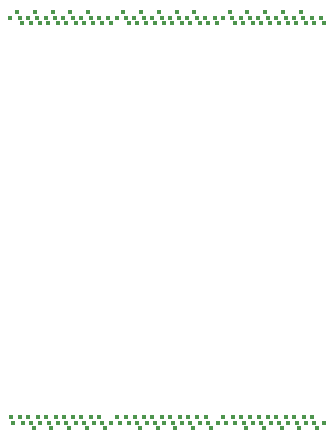
<source format=gbr>
%TF.GenerationSoftware,KiCad,Pcbnew,7.0.1*%
%TF.CreationDate,2023-04-06T12:09:14+02:00*%
%TF.ProjectId,LED_Dogtag_HW,4c45445f-446f-4677-9461-675f48572e6b,1.0*%
%TF.SameCoordinates,Original*%
%TF.FileFunction,Copper,L3,Inr*%
%TF.FilePolarity,Positive*%
%FSLAX46Y46*%
G04 Gerber Fmt 4.6, Leading zero omitted, Abs format (unit mm)*
G04 Created by KiCad (PCBNEW 7.0.1) date 2023-04-06 12:09:14*
%MOMM*%
%LPD*%
G01*
G04 APERTURE LIST*
%TA.AperFunction,ViaPad*%
%ADD10C,0.400000*%
%TD*%
G04 APERTURE END LIST*
D10*
%TO.N,Net-(D254-BK)*%
X99075000Y-70950000D03*
%TO.N,Net-(D254-GK)*%
X98050000Y-70500000D03*
%TO.N,Net-(D254-RK)*%
X98275000Y-70950000D03*
%TO.N,Net-(D243-BK)*%
X97575000Y-70950000D03*
%TO.N,Net-(D243-GK)*%
X96550000Y-70500000D03*
%TO.N,Net-(D243-RK)*%
X96775000Y-70950000D03*
%TO.N,Net-(D232-BK)*%
X96075000Y-70950000D03*
%TO.N,Net-(D232-GK)*%
X95050000Y-70500000D03*
%TO.N,Net-(D232-RK)*%
X95275000Y-70950000D03*
%TO.N,Net-(D221-BK)*%
X94575000Y-70950000D03*
%TO.N,Net-(D221-GK)*%
X93550000Y-70500000D03*
%TO.N,Net-(D221-RK)*%
X93775000Y-70950000D03*
%TO.N,Net-(D210-BK)*%
X93075000Y-70950000D03*
%TO.N,Net-(D210-GK)*%
X92050000Y-70500000D03*
%TO.N,Net-(D210-RK)*%
X92275000Y-70950000D03*
%TO.N,Net-(D209-A)*%
X98500000Y-71400000D03*
%TO.N,Net-(D208-A)*%
X97350000Y-70500000D03*
%TO.N,Net-(D207-A)*%
X97000000Y-71400000D03*
%TO.N,Net-(D206-A)*%
X95850000Y-70500000D03*
%TO.N,Net-(D205-A)*%
X95500000Y-71400000D03*
%TO.N,Net-(D204-A)*%
X94350000Y-70500000D03*
%TO.N,Net-(D203-A)*%
X94000000Y-71400000D03*
%TO.N,Net-(D202-A)*%
X92850000Y-70500000D03*
%TO.N,Net-(D201-A)*%
X92500000Y-71400000D03*
%TO.N,Net-(D200-A)*%
X91350000Y-70500000D03*
%TO.N,Net-(D199-BK)*%
X91575000Y-70950000D03*
%TO.N,Net-(D199-GK)*%
X90550000Y-70500000D03*
%TO.N,Net-(D199-RK)*%
X90775000Y-70950000D03*
%TO.N,Net-(D320-BK)*%
X108075000Y-70950000D03*
%TO.N,Net-(D320-GK)*%
X107050000Y-70500000D03*
%TO.N,Net-(D320-RK)*%
X107275000Y-70950000D03*
%TO.N,Net-(D309-BK)*%
X106575000Y-70950000D03*
%TO.N,Net-(D309-GK)*%
X105550000Y-70500000D03*
%TO.N,Net-(D309-RK)*%
X105775000Y-70950000D03*
%TO.N,Net-(D298-BK)*%
X105075000Y-70950000D03*
%TO.N,Net-(D298-GK)*%
X104050000Y-70500000D03*
%TO.N,Net-(D298-RK)*%
X104275000Y-70950000D03*
%TO.N,Net-(D287-BK)*%
X103575000Y-70950000D03*
%TO.N,Net-(D287-GK)*%
X102550000Y-70500000D03*
%TO.N,Net-(D287-RK)*%
X102775000Y-70950000D03*
%TO.N,Net-(D276-BK)*%
X102075000Y-70950000D03*
%TO.N,Net-(D276-GK)*%
X101050000Y-70500000D03*
%TO.N,Net-(D276-RK)*%
X101275000Y-70950000D03*
%TO.N,Net-(D275-A)*%
X107500000Y-71400000D03*
%TO.N,Net-(D274-A)*%
X106350000Y-70500000D03*
%TO.N,Net-(D273-A)*%
X106000000Y-71400000D03*
%TO.N,Net-(D272-A)*%
X104850000Y-70500000D03*
%TO.N,Net-(D271-A)*%
X104500000Y-71400000D03*
%TO.N,Net-(D270-A)*%
X103350000Y-70500000D03*
%TO.N,Net-(D269-A)*%
X103000000Y-71400000D03*
%TO.N,Net-(D268-A)*%
X101850000Y-70500000D03*
%TO.N,Net-(D267-A)*%
X101500000Y-71400000D03*
%TO.N,Net-(D266-A)*%
X100350000Y-70500000D03*
%TO.N,Net-(D265-BK)*%
X100575000Y-70950000D03*
%TO.N,Net-(D265-GK)*%
X99550000Y-70500000D03*
%TO.N,Net-(D265-RK)*%
X99775000Y-70950000D03*
%TO.N,Net-(D386-BK)*%
X117075000Y-70950000D03*
%TO.N,Net-(D386-GK)*%
X116050000Y-70500000D03*
%TO.N,Net-(D386-RK)*%
X116275000Y-70950000D03*
%TO.N,Net-(D375-BK)*%
X115575000Y-70950000D03*
%TO.N,Net-(D375-GK)*%
X114550000Y-70500000D03*
%TO.N,Net-(D375-RK)*%
X114775000Y-70950000D03*
%TO.N,Net-(D364-BK)*%
X114075000Y-70950000D03*
%TO.N,Net-(D364-GK)*%
X113050000Y-70500000D03*
%TO.N,Net-(D364-RK)*%
X113275000Y-70950000D03*
%TO.N,Net-(D353-BK)*%
X112575000Y-70950000D03*
%TO.N,Net-(D353-GK)*%
X111550000Y-70500000D03*
%TO.N,Net-(D353-RK)*%
X111775000Y-70950000D03*
%TO.N,Net-(D342-BK)*%
X111075000Y-70950000D03*
%TO.N,Net-(D342-GK)*%
X110050000Y-70500000D03*
%TO.N,Net-(D342-RK)*%
X110275000Y-70950000D03*
%TO.N,Net-(D341-A)*%
X116500000Y-71400000D03*
%TO.N,Net-(D340-A)*%
X115350000Y-70500000D03*
%TO.N,Net-(D339-A)*%
X115000000Y-71400000D03*
%TO.N,Net-(D338-A)*%
X113850000Y-70500000D03*
%TO.N,Net-(D337-A)*%
X113500000Y-71400000D03*
%TO.N,Net-(D336-A)*%
X112350000Y-70500000D03*
%TO.N,Net-(D335-A)*%
X112000000Y-71400000D03*
%TO.N,Net-(D334-A)*%
X110850000Y-70500000D03*
%TO.N,Net-(D333-A)*%
X110500000Y-71400000D03*
%TO.N,Net-(D332-A)*%
X109350000Y-70500000D03*
%TO.N,Net-(D331-BK)*%
X109575000Y-70950000D03*
%TO.N,Net-(D331-GK)*%
X108550000Y-70500000D03*
%TO.N,Net-(D331-RK)*%
X108775000Y-70950000D03*
%TO.N,Net-(D188-BK)*%
X108525000Y-36650000D03*
%TO.N,Net-(D188-GK)*%
X109550000Y-37100000D03*
%TO.N,Net-(D188-RK)*%
X109325000Y-36650000D03*
%TO.N,Net-(D177-BK)*%
X110025000Y-36650000D03*
%TO.N,Net-(D177-GK)*%
X111050000Y-37100000D03*
%TO.N,Net-(D177-RK)*%
X110825000Y-36650000D03*
%TO.N,Net-(D166-BK)*%
X111525000Y-36650000D03*
%TO.N,Net-(D166-GK)*%
X112550000Y-37100000D03*
%TO.N,Net-(D166-RK)*%
X112325000Y-36650000D03*
%TO.N,Net-(D155-BK)*%
X113025000Y-36650000D03*
%TO.N,Net-(D155-GK)*%
X114050000Y-37100000D03*
%TO.N,Net-(D155-RK)*%
X113825000Y-36650000D03*
%TO.N,Net-(D144-BK)*%
X114525000Y-36650000D03*
%TO.N,Net-(D144-GK)*%
X115550000Y-37100000D03*
%TO.N,Net-(D144-RK)*%
X115325000Y-36650000D03*
%TO.N,Net-(D143-A)*%
X109100000Y-36200000D03*
%TO.N,Net-(D142-A)*%
X110250000Y-37100000D03*
%TO.N,Net-(D141-A)*%
X110600000Y-36200000D03*
%TO.N,Net-(D140-A)*%
X111750000Y-37100000D03*
%TO.N,Net-(D139-A)*%
X112100000Y-36200000D03*
%TO.N,Net-(D138-A)*%
X113250000Y-37100000D03*
%TO.N,Net-(D137-A)*%
X113600000Y-36200000D03*
%TO.N,Net-(D136-A)*%
X114750000Y-37100000D03*
%TO.N,Net-(D135-A)*%
X115100000Y-36200000D03*
%TO.N,Net-(D134-A)*%
X116250000Y-37100000D03*
%TO.N,Net-(D133-BK)*%
X116025000Y-36650000D03*
%TO.N,Net-(D133-GK)*%
X117050000Y-37100000D03*
%TO.N,Net-(D133-RK)*%
X116825000Y-36650000D03*
%TO.N,Net-(D122-BK)*%
X99525000Y-36650000D03*
%TO.N,Net-(D122-GK)*%
X100550000Y-37100000D03*
%TO.N,Net-(D122-RK)*%
X100325000Y-36650000D03*
%TO.N,Net-(D111-BK)*%
X101025000Y-36650000D03*
%TO.N,Net-(D111-GK)*%
X102050000Y-37100000D03*
%TO.N,Net-(D111-RK)*%
X101825000Y-36650000D03*
%TO.N,Net-(D100-BK)*%
X102525000Y-36650000D03*
%TO.N,Net-(D100-GK)*%
X103550000Y-37100000D03*
%TO.N,Net-(D100-RK)*%
X103325000Y-36650000D03*
%TO.N,Net-(D89-BK)*%
X104025000Y-36650000D03*
%TO.N,Net-(D89-GK)*%
X105050000Y-37100000D03*
%TO.N,Net-(D89-RK)*%
X104825000Y-36650000D03*
%TO.N,Net-(D78-BK)*%
X105525000Y-36650000D03*
%TO.N,Net-(D78-GK)*%
X106550000Y-37100000D03*
%TO.N,Net-(D78-RK)*%
X106325000Y-36650000D03*
%TO.N,Net-(D110-A)*%
X100100000Y-36200000D03*
%TO.N,Net-(D109-A)*%
X101250000Y-37100000D03*
%TO.N,Net-(D108-A)*%
X101600000Y-36200000D03*
%TO.N,Net-(D107-A)*%
X102750000Y-37100000D03*
%TO.N,Net-(D106-A)*%
X103100000Y-36200000D03*
%TO.N,Net-(D105-A)*%
X104250000Y-37100000D03*
%TO.N,Net-(D104-A)*%
X104600000Y-36200000D03*
%TO.N,Net-(D103-A)*%
X105750000Y-37100000D03*
%TO.N,Net-(D102-A)*%
X106100000Y-36200000D03*
%TO.N,Net-(D101-A)*%
X107250000Y-37100000D03*
%TO.N,Net-(D67-BK)*%
X107025000Y-36650000D03*
%TO.N,Net-(D67-GK)*%
X108050000Y-37100000D03*
%TO.N,Net-(D67-RK)*%
X107825000Y-36650000D03*
%TO.N,Net-(D1-RK)*%
X98825000Y-36650000D03*
%TO.N,Net-(D1-GK)*%
X99050000Y-37100000D03*
%TO.N,Net-(D1-BK)*%
X98025000Y-36650000D03*
%TO.N,Net-(D13-A)*%
X98250000Y-37100000D03*
%TO.N,Net-(D14-A)*%
X97100000Y-36200000D03*
%TO.N,Net-(D15-A)*%
X96750000Y-37100000D03*
%TO.N,Net-(D16-A)*%
X95600000Y-36200000D03*
%TO.N,Net-(D17-A)*%
X95250000Y-37100000D03*
%TO.N,Net-(D18-A)*%
X94100000Y-36200000D03*
%TO.N,Net-(D19-A)*%
X93750000Y-37100000D03*
%TO.N,Net-(D20-A)*%
X92600000Y-36200000D03*
%TO.N,Net-(D10-A)*%
X92250000Y-37100000D03*
%TO.N,Net-(D11-A)*%
X91100000Y-36200000D03*
%TO.N,Net-(D12-RK)*%
X97325000Y-36650000D03*
%TO.N,Net-(D12-GK)*%
X97550000Y-37100000D03*
%TO.N,Net-(D12-BK)*%
X96525000Y-36650000D03*
%TO.N,Net-(D23-RK)*%
X95825000Y-36650000D03*
%TO.N,Net-(D23-GK)*%
X96050000Y-37100000D03*
%TO.N,Net-(D23-BK)*%
X95025000Y-36650000D03*
%TO.N,Net-(D34-RK)*%
X94325000Y-36650000D03*
%TO.N,Net-(D34-GK)*%
X94550000Y-37100000D03*
%TO.N,Net-(D34-BK)*%
X93525000Y-36650000D03*
%TO.N,Net-(D45-RK)*%
X92825000Y-36650000D03*
%TO.N,Net-(D45-GK)*%
X93050000Y-37100000D03*
%TO.N,Net-(D45-BK)*%
X92025000Y-36650000D03*
%TO.N,Net-(D56-RK)*%
X91325000Y-36650000D03*
%TO.N,Net-(D56-GK)*%
X91550000Y-37100000D03*
%TO.N,Net-(D56-BK)*%
X90525000Y-36650000D03*
%TD*%
M02*

</source>
